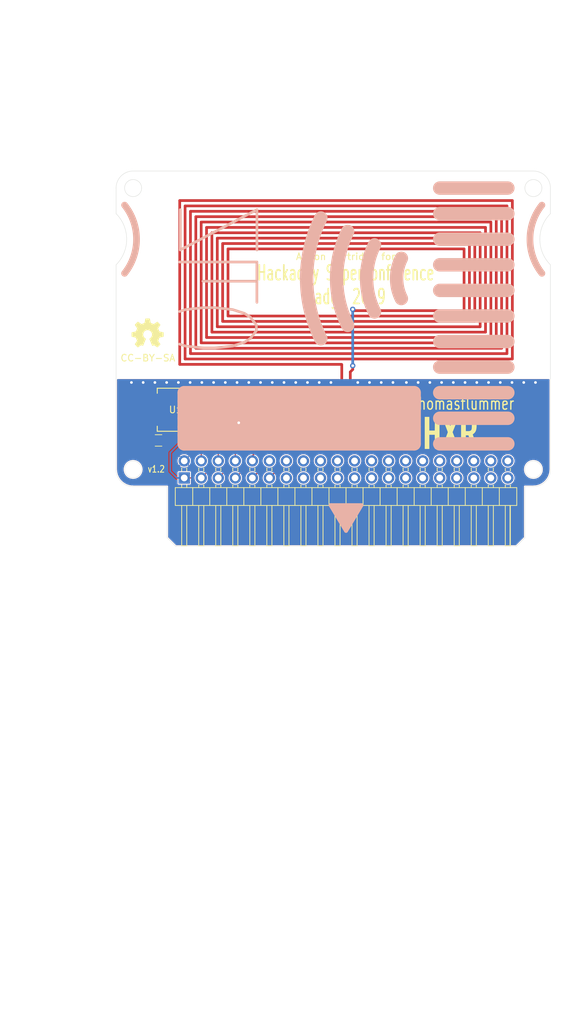
<source format=kicad_pcb>
(kicad_pcb (version 20190905) (host pcbnew "(5.99.0-269-g375c4bd3f)")
  (layers (0 "F.Cu" signal) (31 "B.Cu" signal) (34 "B.Paste" user) (35 "F.Paste" user) (36 "B.SilkS" user) (37 "F.SilkS" user) (38 "B.Mask" user) (39 "F.Mask" user) (44 "Edge.Cuts" user))
  (net 0 "")
  (net 1 "GND")
  (net 2 "+3V3")
  (net 3 "F_HOLD")
  (net 4 "F_CS")
  (net 5 "F_SCK")
  (net 6 "F_MISO")
  (net 7 "F_MOSI")
  (net 8 "F_WP")
  (net 9 "GENIO1")
  (net 10 "GENIO2")
  (net 11 "GENIO3")
  (net 12 "GENIO4")
  (net 13 "GENIO5")
  (net 14 "GENIO6")
  (net 15 "GENIO7")
  (net 16 "GENIO8")
  (net 17 "GENIO9")
  (net 18 "GENIO10")
  (net 19 "GENIO11")
  (net 20 "GENIO12")
  (net 21 "GENIO13")
  (net 22 "GENIO14")
  (net 23 "GENIO15")
  (net 24 "GENIO16")
  (net 25 "GENIO17")
  (net 26 "GENIO18")
  (net 27 "GENIO19")
  (net 28 "GENIO20")
  (net 29 "GENIO21")
  (net 30 "GENIO22")
  (net 31 "GENIO23")
  (net 32 "GENIO24")
  (net 33 "GENIO25")
  (net 34 "GENIO26")
  (net 35 "GENIO27")
  (net 36 "GENIO28")
  (net 37 "GENIO29")
  (net 38 "GENIO30")
  (net 39 "+5V")
  (net 40 "+BATT")
  (net 41 "Net-(U2-Pad1)")
  (net 42 "Net-(U2-Pad2)")
  (module "Aesthetics:oshw_logo_5.0mm" (layer "F.Cu") (at 72 74.95)
    (fp_text reference "G***" hide)
    (fp_text value "LOGO" hide)
  )
  (module "Aesthetics:HXR_logo_small" (layer "F.Cu") (at 120 89.8)
    (fp_text reference "G***" hide)
    (fp_text value "LOGO" hide)
  )
  (module "Housings_SOIC:SOIC-8_3.9x4.9mm_Pitch1.27mm" (layer "F.Cu") (at 101.6 86.614 -90)
    (fp_text reference "U2" (at -0.014 3.3 90) (layer "F.SilkS"))
    (fp_text value "ST25DVxxx")
    (pad "1" smd rect (at -2.7 -1.905 270) (size 1.55 0.6) (layers "F.Cu" "F.Paste" "F.Mask") (net 41 "Net-(U2-Pad1)"))
    (pad "2" smd rect (at -2.7 -0.635 270) (size 1.55 0.6) (layers "F.Cu" "F.Paste" "F.Mask") (net 42 "Net-(U2-Pad2)"))
    (pad "3" smd rect (at -2.7 0.635 270) (size 1.55 0.6) (layers "F.Cu" "F.Paste" "F.Mask") (net 42 "Net-(U2-Pad2)"))
    (pad "4" smd rect (at -2.7 1.905 270) (size 1.55 0.6) (layers "F.Cu" "F.Paste" "F.Mask") (net 1 "GND"))
    (pad "5" smd rect (at 2.7 1.905 270) (size 1.55 0.6) (layers "F.Cu" "F.Paste" "F.Mask") (net 10 "GENIO2"))
    (pad "6" smd rect (at 2.7 0.635 270) (size 1.55 0.6) (layers "F.Cu" "F.Paste" "F.Mask") (net 9 "GENIO1"))
    (pad "7" smd rect (at 2.7 -0.635 270) (size 1.55 0.6) (layers "F.Cu" "F.Paste" "F.Mask") (net 11 "GENIO3"))
    (pad "8" smd rect (at 2.7 -1.905 270) (size 1.55 0.6) (layers "F.Cu" "F.Paste" "F.Mask") (net 2 "+3V3"))
  )
  (module "Resistors_SMD:R_0805_HandSoldering" (layer "F.Cu") (at 89 88.9 -90)
    (fp_text reference "R3" (at -3.3 0 90) (layer "F.SilkS"))
    (fp_text value "4.7k")
    (pad "1" smd rect (at -1.35 0 270) (size 1.5 1.3) (layers "F.Cu" "F.Paste" "F.Mask") (net 2 "+3V3"))
    (pad "2" smd rect (at 1.35 0 270) (size 1.5 1.3) (layers "F.Cu" "F.Paste" "F.Mask") (net 10 "GENIO2"))
  )
  (module "Resistors_SMD:R_0805_HandSoldering" (layer "F.Cu") (at 91.4 88.9 -90)
    (fp_text reference "R2" (at -3.3 0 90) (layer "F.SilkS"))
    (fp_text value "4.7k")
    (pad "1" smd rect (at -1.35 0 270) (size 1.5 1.3) (layers "F.Cu" "F.Paste" "F.Mask") (net 2 "+3V3"))
    (pad "2" smd rect (at 1.35 0 270) (size 1.5 1.3) (layers "F.Cu" "F.Paste" "F.Mask") (net 9 "GENIO1"))
  )
  (module "Resistors_SMD:R_0805_HandSoldering" (layer "F.Cu") (at 93.9 88.9 -90)
    (fp_text reference "R1" (at -3.3 -0.1 90) (layer "F.SilkS"))
    (fp_text value "4.7k")
    (pad "1" smd rect (at -1.35 0 270) (size 1.5 1.3) (layers "F.Cu" "F.Paste" "F.Mask") (net 2 "+3V3"))
    (pad "2" smd rect (at 1.35 0 270) (size 1.5 1.3) (layers "F.Cu" "F.Paste" "F.Mask") (net 11 "GENIO3"))
  )
  (module "Capacitors_SMD:C_0805_HandSoldering" (layer "F.Cu") (at 105.8 86.6 90)
    (fp_text reference "C2" (at -3.3 0 270) (layer "F.SilkS"))
    (fp_text value "100nF")
    (pad "1" smd rect (at -1.25 0 90) (size 1.5 1.25) (layers "F.Cu" "F.Paste" "F.Mask") (net 2 "+3V3"))
    (pad "2" smd rect (at 1.25 0 90) (size 1.5 1.25) (layers "F.Cu" "F.Paste" "F.Mask") (net 1 "GND"))
  )
  (module "SuperconCartridge:Supercon_Cartridge_40pin_Connector" (layer "F.Cu") (at 125.73 93.98 -90)
    (fp_text reference "J1" hide)
    (fp_text value "Cartridge Connector")
    (pad "1" thru_hole rect (at 2.54 48.26 270) (size 1.7 1.7) (drill 1) (layers *.Cu *.Mask) (net 2 "+3V3"))
    (pad "2" thru_hole circle (at 0 48.26 270) (size 1.7 1.7) (drill 1) (layers *.Cu *.Mask) (net 1 "GND"))
    (pad "3" thru_hole oval (at 2.54 45.72 270) (size 1.7 1.7) (drill 1) (layers *.Cu *.Mask) (net 4 "F_CS"))
    (pad "4" thru_hole oval (at 0 45.72 270) (size 1.7 1.7) (drill 1) (layers *.Cu *.Mask) (net 3 "F_HOLD"))
    (pad "5" thru_hole oval (at 2.54 43.18 270) (size 1.7 1.7) (drill 1) (layers *.Cu *.Mask) (net 6 "F_MISO"))
    (pad "6" thru_hole oval (at 0 43.18 270) (size 1.7 1.7) (drill 1) (layers *.Cu *.Mask) (net 5 "F_SCK"))
    (pad "7" thru_hole oval (at 2.54 40.64 270) (size 1.7 1.7) (drill 1) (layers *.Cu *.Mask) (net 8 "F_WP"))
    (pad "8" thru_hole oval (at 0 40.64 270) (size 1.7 1.7) (drill 1) (layers *.Cu *.Mask) (net 7 "F_MOSI"))
    (pad "9" thru_hole oval (at 2.54 38.1 270) (size 1.7 1.7) (drill 1) (layers *.Cu *.Mask) (net 9 "GENIO1"))
    (pad "10" thru_hole oval (at 0 38.1 270) (size 1.7 1.7) (drill 1) (layers *.Cu *.Mask) (net 10 "GENIO2"))
    (pad "11" thru_hole oval (at 2.54 35.56 270) (size 1.7 1.7) (drill 1) (layers *.Cu *.Mask) (net 11 "GENIO3"))
    (pad "12" thru_hole oval (at 0 35.56 270) (size 1.7 1.7) (drill 1) (layers *.Cu *.Mask) (net 12 "GENIO4"))
    (pad "13" thru_hole oval (at 2.54 33.02 270) (size 1.7 1.7) (drill 1) (layers *.Cu *.Mask) (net 13 "GENIO5"))
    (pad "14" thru_hole oval (at 0 33.02 270) (size 1.7 1.7) (drill 1) (layers *.Cu *.Mask) (net 14 "GENIO6"))
    (pad "15" thru_hole oval (at 2.54 30.48 270) (size 1.7 1.7) (drill 1) (layers *.Cu *.Mask) (net 15 "GENIO7"))
    (pad "16" thru_hole oval (at 0 30.48 270) (size 1.7 1.7) (drill 1) (layers *.Cu *.Mask) (net 16 "GENIO8"))
    (pad "17" thru_hole oval (at 2.54 27.94 270) (size 1.7 1.7) (drill 1) (layers *.Cu *.Mask) (net 17 "GENIO9"))
    (pad "18" thru_hole oval (at 0 27.94 270) (size 1.7 1.7) (drill 1) (layers *.Cu *.Mask) (net 18 "GENIO10"))
    (pad "19" thru_hole oval (at 2.54 25.4 270) (size 1.7 1.7) (drill 1) (layers *.Cu *.Mask) (net 19 "GENIO11"))
    (pad "20" thru_hole oval (at 0 25.4 270) (size 1.7 1.7) (drill 1) (layers *.Cu *.Mask) (net 20 "GENIO12"))
    (pad "21" thru_hole oval (at 2.54 22.86 270) (size 1.7 1.7) (drill 1) (layers *.Cu *.Mask) (net 21 "GENIO13"))
    (pad "22" thru_hole oval (at 0 22.86 270) (size 1.7 1.7) (drill 1) (layers *.Cu *.Mask) (net 22 "GENIO14"))
    (pad "23" thru_hole oval (at 2.54 20.32 270) (size 1.7 1.7) (drill 1) (layers *.Cu *.Mask) (net 23 "GENIO15"))
    (pad "24" thru_hole oval (at 0 20.32 270) (size 1.7 1.7) (drill 1) (layers *.Cu *.Mask) (net 24 "GENIO16"))
    (pad "25" thru_hole oval (at 2.54 17.78 270) (size 1.7 1.7) (drill 1) (layers *.Cu *.Mask) (net 25 "GENIO17"))
    (pad "26" thru_hole oval (at 0 17.78 270) (size 1.7 1.7) (drill 1) (layers *.Cu *.Mask) (net 26 "GENIO18"))
    (pad "27" thru_hole oval (at 2.54 15.24 270) (size 1.7 1.7) (drill 1) (layers *.Cu *.Mask) (net 27 "GENIO19"))
    (pad "28" thru_hole oval (at 0 15.24 270) (size 1.7 1.7) (drill 1) (layers *.Cu *.Mask) (net 28 "GENIO20"))
    (pad "29" thru_hole oval (at 2.54 12.7 270) (size 1.7 1.7) (drill 1) (layers *.Cu *.Mask) (net 29 "GENIO21"))
    (pad "30" thru_hole oval (at 0 12.7 270) (size 1.7 1.7) (drill 1) (layers *.Cu *.Mask) (net 30 "GENIO22"))
    (pad "31" thru_hole oval (at 2.54 10.16 270) (size 1.7 1.7) (drill 1) (layers *.Cu *.Mask) (net 31 "GENIO23"))
    (pad "32" thru_hole oval (at 0 10.16 270) (size 1.7 1.7) (drill 1) (layers *.Cu *.Mask) (net 32 "GENIO24"))
    (pad "33" thru_hole oval (at 2.54 7.62 270) (size 1.7 1.7) (drill 1) (layers *.Cu *.Mask) (net 33 "GENIO25"))
    (pad "34" thru_hole oval (at 0 7.62 270) (size 1.7 1.7) (drill 1) (layers *.Cu *.Mask) (net 34 "GENIO26"))
    (pad "35" thru_hole oval (at 2.54 5.08 270) (size 1.7 1.7) (drill 1) (layers *.Cu *.Mask) (net 35 "GENIO27"))
    (pad "36" thru_hole oval (at 0 5.08 270) (size 1.7 1.7) (drill 1) (layers *.Cu *.Mask) (net 36 "GENIO28"))
    (pad "37" thru_hole oval (at 2.54 2.54 270) (size 1.7 1.7) (drill 1) (layers *.Cu *.Mask) (net 37 "GENIO29"))
    (pad "38" thru_hole oval (at 0 2.54 270) (size 1.7 1.7) (drill 1) (layers *.Cu *.Mask) (net 38 "GENIO30"))
    (pad "39" thru_hole oval (at 2.54 0 270) (size 1.7 1.7) (drill 1) (layers *.Cu *.Mask) (net 40 "+BATT"))
    (pad "40" thru_hole circle (at 0 0 270) (size 1.7 1.7) (drill 1) (layers *.Cu *.Mask) (net 39 "+5V"))
  )
  (module "Housings_SOIC:SO-8_5.3x6.2mm_Pitch1.27mm" (layer "F.Cu") (at 76.2 86.36 180)
    (fp_text reference "U1" (at 0 0 180) (layer "F.SilkS"))
    (fp_text value "W25Q128")
    (pad "8" smd rect (at 3.7 -1.905 180) (size 1.75 0.55) (layers "F.Cu" "F.Paste" "F.Mask") (net 2 "+3V3"))
    (pad "7" smd rect (at 3.7 -0.635 180) (size 1.75 0.55) (layers "F.Cu" "F.Paste" "F.Mask") (net 3 "F_HOLD"))
    (pad "6" smd rect (at 3.7 0.635 180) (size 1.75 0.55) (layers "F.Cu" "F.Paste" "F.Mask") (net 5 "F_SCK"))
    (pad "5" smd rect (at 3.7 1.905 180) (size 1.75 0.55) (layers "F.Cu" "F.Paste" "F.Mask") (net 7 "F_MOSI"))
    (pad "4" smd rect (at -3.7 1.905 180) (size 1.75 0.55) (layers "F.Cu" "F.Paste" "F.Mask") (net 1 "GND"))
    (pad "3" smd rect (at -3.7 0.635 180) (size 1.75 0.55) (layers "F.Cu" "F.Paste" "F.Mask") (net 8 "F_WP"))
    (pad "2" smd rect (at -3.7 -0.635 180) (size 1.75 0.55) (layers "F.Cu" "F.Paste" "F.Mask") (net 6 "F_MISO"))
    (pad "1" smd rect (at -3.7 -1.905 180) (size 1.75 0.55) (layers "F.Cu" "F.Paste" "F.Mask") (net 4 "F_CS"))
  )
  (module "Capacitors_SMD:C_0805_HandSoldering" (layer "F.Cu") (at 73.639999 90.932)
    (fp_text reference "C1" hide)
    (fp_text value "100nF")
    (pad "2" smd rect (at 1.25 0) (size 1.5 1.25) (layers "F.Cu" "F.Paste" "F.Mask") (net 1 "GND"))
    (pad "1" smd rect (at -1.25 0) (size 1.5 1.25) (layers "F.Cu" "F.Paste" "F.Mask") (net 2 "+3V3"))
  )
  (gr_text "v1.2" (at 73.3 95.2) (layer "F.SilkS") (effects (font (size 1 0.8))))
  (gr_text "CC-BY-SA" (at 72.05 78.65) (layer "F.SilkS") (effects (font (size 1 1))))
  (gr_text "@thomasflummer" (at 126.8 85.45) (layer "F.SilkS") (effects (font (size 1.8 1.3) (thickness 0.2)) (justify right)))
  (gr_text "Designed by:" (at 126.85 83.6) (layer "F.SilkS") (effects (font (size 1 1)) (justify right)))
  (gr_text "Hackaday Superconference\nBadge 2019" (at 101.55 67.75) (layer "F.SilkS") (effects (font (size 2.2 1.3) (thickness 0.25))))
  (gr_text "Addon cartridge for" (at 101.55 63.55) (layer "F.SilkS") (effects (font (size 1 1))))
  (gr_text "C" (at 82.5 74.4) (layer "B.SilkS") (effects (font (size 6 18.5) (thickness 0.4)) (justify mirror)))
  (gr_text "F" (at 83.7 67.6) (layer "B.SilkS") (effects (font (size 6 24.2) (thickness 0.4)) (justify mirror)))
  (gr_text "N" (at 82.6 59.8) (layer "B.SilkS") (effects (font (size 6 20) (thickness 0.4)) (justify mirror)))
  (gr_arc (start 115.849999 66.799999) (end 97.849999 57.8) (angle -53.1) (layer "B.SilkS") (width 2))
  (gr_arc (start 115.849999 66.799999) (end 101.85 59.8) (angle -53.1) (layer "B.SilkS") (width 2))
  (gr_arc (start 115.849999 66.799999) (end 105.850001 61.8) (angle -53.1) (layer "B.SilkS") (width 2))
  (gr_arc (start 115.849999 66.799999) (end 109.85 63.8) (angle -53.1) (layer "B.SilkS") (width 2))
  (gr_arc (start 62.228261 60.957825) (end 68.578261 66.037824) (angle -77.3) (layer "B.SilkS") (width 1))
  (gr_arc (start 137.16 60.96) (end 130.810001 55.880001) (angle -77.3) (layer "B.SilkS") (width 1))
  (gr_line (start 77.47 90.17) (end 111.76 90.17) (layer "B.SilkS") (width 2))
  (gr_line (start 77.47 88.9) (end 111.76 88.9) (layer "B.SilkS") (width 2))
  (gr_line (start 77.47 87.63) (end 111.76 87.63) (layer "B.SilkS") (width 2))
  (gr_line (start 77.47 86.36) (end 111.76 86.36) (layer "B.SilkS") (width 2))
  (gr_line (start 77.47 85.09) (end 111.76 85.09) (layer "B.SilkS") (width 2))
  (gr_line (start 77.47 83.82) (end 111.76 83.82) (layer "B.SilkS") (width 2))
  (gr_line (start 77.47 91.44) (end 77.47 83.82) (layer "B.SilkS") (width 2))
  (gr_line (start 111.76 91.44) (end 77.47 91.44) (layer "B.SilkS") (width 2))
  (gr_line (start 111.76 83.82) (end 111.76 91.44) (layer "B.SilkS") (width 2))
  (gr_line (start 125.73 91.44) (end 115.57 91.44) (layer "B.SilkS") (width 2))
  (gr_line (start 125.73 87.63) (end 115.57 87.63) (layer "B.SilkS") (width 2))
  (gr_line (start 125.73 83.82) (end 115.57 83.82) (layer "B.SilkS") (width 2))
  (gr_line (start 125.73 80.01) (end 115.57 80.01) (layer "B.SilkS") (width 2))
  (gr_line (start 125.73 76.2) (end 115.57 76.2) (layer "B.SilkS") (width 2))
  (gr_line (start 125.73 72.39) (end 115.57 72.39) (layer "B.SilkS") (width 2))
  (gr_line (start 125.73 68.58) (end 115.57 68.58) (layer "B.SilkS") (width 2))
  (gr_line (start 125.73 64.77) (end 115.57 64.77) (layer "B.SilkS") (width 2))
  (gr_line (start 125.73 60.96) (end 115.57 60.96) (layer "B.SilkS") (width 2))
  (gr_line (start 125.73 57.15) (end 115.57 57.15) (layer "B.SilkS") (width 2))
  (gr_line (start 125.73 53.34) (end 115.57 53.34) (layer "B.SilkS") (width 2))
  (gr_line (start 101.473 103.886) (end 101.727 103.886) (layer "B.SilkS") (width 0.6))
  (gr_line (start 101.219 103.505) (end 101.981 103.505) (layer "B.SilkS") (width 0.6))
  (gr_line (start 100.965 102.997) (end 102.235 102.997) (layer "B.SilkS") (width 0.6))
  (gr_line (start 100.711 102.489) (end 102.489 102.489) (layer "B.SilkS") (width 0.6))
  (gr_line (start 100.33 101.981) (end 102.87 101.981) (layer "B.SilkS") (width 0.6))
  (gr_line (start 100.076 101.473) (end 103.124 101.473) (layer "B.SilkS") (width 0.6))
  (gr_line (start 99.822 100.965) (end 103.505 100.965) (layer "B.SilkS") (width 0.6))
  (gr_line (start 103.886 100.584) (end 101.6 104.394) (layer "B.SilkS") (width 0.6))
  (gr_line (start 99.314 100.584) (end 103.886 100.584) (layer "B.SilkS") (width 0.6))
  (gr_line (start 101.6 104.394) (end 99.314 100.584) (layer "B.SilkS") (width 0.6))
  (gr_arc (start 69.85 95.25) (end 67.31 95.25) (angle -89.99997744) (layer "Edge.Cuts") (width 0.05))
  (gr_arc (start 129.539999 95.25) (end 129.539999 97.789999) (angle -89.99997744) (layer "Edge.Cuts") (width 0.05))
  (gr_arc (start 129.539999 95.25) (end 128.27 95.25) (angle -180) (layer "Edge.Cuts") (width 0.05))
  (gr_arc (start 129.54 95.25) (end 130.81 95.25) (angle -180) (layer "Edge.Cuts") (width 0.05))
  (gr_arc (start 69.85 95.25) (end 71.12 95.25) (angle -180) (layer "Edge.Cuts") (width 0.05))
  (gr_arc (start 69.849999 95.25) (end 68.58 95.25) (angle -180) (layer "Edge.Cuts") (width 0.05))
  (gr_arc (start 69.849999 53.34) (end 68.58 53.34) (angle -180) (layer "Edge.Cuts") (width 0.05))
  (gr_arc (start 69.85 53.34) (end 71.12 53.34) (angle -180) (layer "Edge.Cuts") (width 0.05))
  (gr_arc (start 129.539999 53.34) (end 128.27 53.34) (angle -180) (layer "Edge.Cuts") (width 0.05))
  (gr_arc (start 129.54 53.34) (end 130.81 53.34) (angle -180) (layer "Edge.Cuts") (width 0.05))
  (gr_line (start 67.31 53.34) (end 67.31 57.15) (layer "Edge.Cuts") (width 0.05))
  (gr_arc (start 63.500001 60.959999) (end 67.31 64.769998) (angle -90) (layer "Edge.Cuts") (width 0.05))
  (gr_line (start 132.08 53.34) (end 132.08 57.15) (layer "Edge.Cuts") (width 0.05))
  (gr_arc (start 135.889999 60.960001) (end 132.08 57.150002) (angle -90) (layer "Edge.Cuts") (width 0.05))
  (gr_line (start 129.54 50.8) (end 69.85 50.8) (layer "Edge.Cuts") (width 0.05))
  (gr_arc (start 69.85 53.34) (end 69.85 50.8) (angle -90) (layer "Edge.Cuts") (width 0.05))
  (gr_arc (start 129.54 53.34) (end 132.08 53.34) (angle -90) (layer "Edge.Cuts") (width 0.05))
  (gr_line (start 128.27 97.79) (end 129.54 97.79) (layer "Edge.Cuts") (width 0.05))
  (gr_line (start 128.27 105.41) (end 128.27 97.79) (layer "Edge.Cuts") (width 0.05))
  (gr_line (start 67.31 95.25) (end 67.31 64.769998) (layer "Edge.Cuts") (width 0.05))
  (gr_line (start 74.93 97.79) (end 69.849999 97.79) (layer "Edge.Cuts") (width 0.05))
  (gr_line (start 74.93 105.41) (end 74.93 97.79) (layer "Edge.Cuts") (width 0.05))
  (gr_line (start 76.2 106.68) (end 74.93 105.41) (layer "Edge.Cuts") (width 0.05))
  (gr_line (start 132.08 95.25) (end 132.08 64.77) (layer "Edge.Cuts") (width 0.05))
  (gr_line (start 127 106.68) (end 128.27 105.41) (layer "Edge.Cuts") (width 0.05))
  (gr_line (start 76.2 106.68) (end 127 106.68) (layer "Edge.Cuts") (width 0.05))
  (segment (start 87.63 93.98) (end 87.63 93.22) (width 0.2032) (layer "F.Cu") (net 10))
  (segment (start 87.63 93.22) (end 89 91.85) (width 0.2032) (layer "F.Cu") (net 10))
  (segment (start 89 91.85) (end 89 90.25) (width 0.2032) (layer "F.Cu") (net 10))
  (segment (start 94.828173 89.198399) (end 92.351601 89.198399) (width 0.2032) (layer "F.Cu") (net 9))
  (segment (start 99.167015 90.596789) (end 98.417015 89.846789) (width 0.2032) (layer "F.Cu") (net 9))
  (segment (start 101.4 91) (end 99 91) (width 0.2032) (layer "F.Cu") (net 11))
  (segment (start 102.235 89.314) (end 102.235 90.165) (width 0.2032) (layer "F.Cu") (net 11))
  (segment (start 91.4 90.15) (end 91.4 90.25) (width 0.2032) (layer "F.Cu") (net 9))
  (segment (start 98.417015 89.846789) (end 95.476563 89.846789) (width 0.2032) (layer "F.Cu") (net 9))
  (segment (start 92.351601 89.198399) (end 91.4 90.15) (width 0.2032) (layer "F.Cu") (net 9))
  (segment (start 100.157211 90.596789) (end 99.167015 90.596789) (width 0.2032) (layer "F.Cu") (net 9))
  (segment (start 100.965 89.789) (end 100.157211 90.596789) (width 0.2032) (layer "F.Cu") (net 9))
  (segment (start 102.235 90.165) (end 101.4 91) (width 0.2032) (layer "F.Cu") (net 11))
  (segment (start 100.965 89.314) (end 100.965 89.789) (width 0.2032) (layer "F.Cu") (net 9))
  (segment (start 95.476563 89.846789) (end 94.828173 89.198399) (width 0.2032) (layer "F.Cu") (net 9))
  (segment (start 99 91) (end 98.25 90.25) (width 0.2032) (layer "F.Cu") (net 11))
  (segment (start 98.25 90.25) (end 93.9 90.25) (width 0.2032) (layer "F.Cu") (net 11))
  (segment (start 87.63 96.52) (end 88.9 95.25) (width 0.2032) (layer "F.Cu") (net 9))
  (segment (start 88.9 95.25) (end 88.9 92.85) (width 0.2032) (layer "F.Cu") (net 9))
  (segment (start 88.9 92.85) (end 91.4 90.35) (width 0.2032) (layer "F.Cu") (net 9))
  (segment (start 91.4 90.35) (end 91.4 90.25) (width 0.2032) (layer "F.Cu") (net 9))
  (segment (start 90.17 96.52) (end 91.45 95.24) (width 0.2032) (layer "F.Cu") (net 11))
  (segment (start 91.45 95.24) (end 91.45 92.8) (width 0.2032) (layer "F.Cu") (net 11))
  (segment (start 91.45 92.8) (end 93.9 90.35) (width 0.2032) (layer "F.Cu") (net 11))
  (segment (start 93.9 90.35) (end 93.9 90.25) (width 0.2032) (layer "F.Cu") (net 11))
  (segment (start 89 90.15) (end 90.354812 88.795188) (width 0.2032) (layer "F.Cu") (net 10))
  (segment (start 95.514 89.314) (end 99.695 89.314) (width 0.2032) (layer "F.Cu") (net 10))
  (segment (start 89 90.25) (end 89 90.15) (width 0.2032) (layer "F.Cu") (net 10))
  (segment (start 90.354812 88.795188) (end 94.995188 88.795188) (width 0.2032) (layer "F.Cu") (net 10))
  (segment (start 94.995188 88.795188) (end 95.514 89.314) (width 0.2032) (layer "F.Cu") (net 10))
  (segment (start 72.389999 88.375001) (end 72.5 88.265) (width 0.2032) (layer "F.Cu") (net 2))
  (segment (start 72.389999 90.932) (end 72.389999 88.375001) (width 0.2032) (layer "F.Cu") (net 2))
  (segment (start 80.01 88.375) (end 79.9 88.265) (width 0.1524) (layer "F.Cu") (net 4))
  (segment (start 105.486 89.314) (end 103.505 89.314) (width 0.3048) (layer "F.Cu") (net 2))
  (segment (start 105.8 89) (end 105.486 89.314) (width 0.3048) (layer "F.Cu") (net 2))
  (segment (start 105.8 87.85) (end 105.8 89) (width 0.3048) (layer "F.Cu") (net 2))
  (segment (start 89 87.55) (end 91.4 87.55) (width 0.3048) (layer "F.Cu") (net 2))
  (segment (start 91.4 87.55) (end 93.9 87.55) (width 0.3048) (layer "F.Cu") (net 2))
  (segment (start 93.9 87.55) (end 102.85 87.55) (width 0.3048) (layer "F.Cu") (net 2))
  (segment (start 103.505 88.205) (end 103.505 89.314) (width 0.3048) (layer "F.Cu") (net 2))
  (segment (start 102.85 87.55) (end 103.505 88.205) (width 0.3048) (layer "F.Cu") (net 2))
  (via (at 85.6 88.3) (size 0.8) (drill 0.4) (layers "F.Cu" "B.Cu") (net 2))
  (segment (start 86.35 87.55) (end 85.6 88.3) (width 0.3048) (layer "F.Cu") (net 2))
  (segment (start 89 87.55) (end 86.35 87.55) (width 0.3048) (layer "F.Cu") (net 2))
  (segment (start 85.6 88.3) (end 83.15 88.3) (width 0.3048) (layer "B.Cu") (net 2))
  (via (at 103.35 82.3) (size 0.8) (drill 0.4) (layers "F.Cu" "B.Cu") (net 1))
  (via (at 105.1 82.3) (size 0.8) (drill 0.4) (layers "F.Cu" "B.Cu") (net 1))
  (via (at 106.85 82.3) (size 0.8) (drill 0.4) (layers "F.Cu" "B.Cu") (net 1))
  (via (at 108.6 82.3) (size 0.8) (drill 0.4) (layers "F.Cu" "B.Cu") (net 1))
  (via (at 110.6 82.3) (size 0.8) (drill 0.4) (layers "F.Cu" "B.Cu") (net 1))
  (via (at 112.35 82.3) (size 0.8) (drill 0.4) (layers "F.Cu" "B.Cu") (net 1))
  (via (at 114.1 82.3) (size 0.8) (drill 0.4) (layers "F.Cu" "B.Cu") (net 1))
  (via (at 115.85 82.3) (size 0.8) (drill 0.4) (layers "F.Cu" "B.Cu") (net 1))
  (via (at 117.6 82.3) (size 0.8) (drill 0.4) (layers "F.Cu" "B.Cu") (net 1))
  (via (at 119.35 82.3) (size 0.8) (drill 0.4) (layers "F.Cu" "B.Cu") (net 1))
  (via (at 121.1 82.3) (size 0.8) (drill 0.4) (layers "F.Cu" "B.Cu") (net 1))
  (via (at 122.85 82.3) (size 0.8) (drill 0.4) (layers "F.Cu" "B.Cu") (net 1))
  (via (at 124.6 82.3) (size 0.8) (drill 0.4) (layers "F.Cu" "B.Cu") (net 1))
  (via (at 126.35 82.3) (size 0.8) (drill 0.4) (layers "F.Cu" "B.Cu") (net 1))
  (via (at 128.1 82.3) (size 0.8) (drill 0.4) (layers "F.Cu" "B.Cu") (net 1))
  (via (at 129.85 82.3) (size 0.8) (drill 0.4) (layers "F.Cu" "B.Cu") (net 1))
  (via (at 99.35 82.3) (size 0.8) (drill 0.4) (layers "F.Cu" "B.Cu") (net 1))
  (via (at 97.6 82.3) (size 0.8) (drill 0.4) (layers "F.Cu" "B.Cu") (net 1))
  (via (at 95.85 82.3) (size 0.8) (drill 0.4) (layers "F.Cu" "B.Cu") (net 1))
  (via (at 94.1 82.3) (size 0.8) (drill 0.4) (layers "F.Cu" "B.Cu") (net 1))
  (via (at 92.35 82.3) (size 0.8) (drill 0.4) (layers "F.Cu" "B.Cu") (net 1))
  (via (at 90.6 82.3) (size 0.8) (drill 0.4) (layers "F.Cu" "B.Cu") (net 1))
  (via (at 88.85 82.3) (size 0.8) (drill 0.4) (layers "F.Cu" "B.Cu") (net 1))
  (via (at 87.1 82.3) (size 0.8) (drill 0.4) (layers "F.Cu" "B.Cu") (net 1))
  (via (at 85.35 82.3) (size 0.8) (drill 0.4) (layers "F.Cu" "B.Cu") (net 1))
  (via (at 83.6 82.3) (size 0.8) (drill 0.4) (layers "F.Cu" "B.Cu") (net 1))
  (via (at 81.85 82.3) (size 0.8) (drill 0.4) (layers "F.Cu" "B.Cu") (net 1))
  (via (at 80.1 82.3) (size 0.8) (drill 0.4) (layers "F.Cu" "B.Cu") (net 1))
  (via (at 78.35 82.3) (size 0.8) (drill 0.4) (layers "F.Cu" "B.Cu") (net 1))
  (via (at 76.6 82.3) (size 0.8) (drill 0.4) (layers "F.Cu" "B.Cu") (net 1))
  (via (at 74.85 82.3) (size 0.8) (drill 0.4) (layers "F.Cu" "B.Cu") (net 1))
  (via (at 73.1 82.3) (size 0.8) (drill 0.4) (layers "F.Cu" "B.Cu") (net 1))
  (via (at 71.35 82.3) (size 0.8) (drill 0.4) (layers "F.Cu" "B.Cu") (net 1))
  (via (at 69.6 82.3) (size 0.8) (drill 0.4) (layers "F.Cu" "B.Cu") (net 1))
  (via (at 102.6 71.4) (size 0.8) (drill 0.4) (layers "F.Cu" "B.Cu") (net 42))
  (via (at 102.6 79.8) (size 0.8) (drill 0.4) (layers "F.Cu" "B.Cu") (net 42))
  (segment (start 102.6 71.4) (end 102.6 79.8) (width 0.4) (layer "B.Cu") (net 42))
  (segment (start 102.6 80.365685) (end 102.235 80.730685) (width 0.4) (layer "F.Cu") (net 42))
  (segment (start 102.235 82.739) (end 102.235 83.914) (width 0.4) (layer "F.Cu") (net 42))
  (segment (start 102.235 80.730685) (end 102.235 82.739) (width 0.4) (layer "F.Cu") (net 42))
  (segment (start 102.6 79.8) (end 102.6 80.365685) (width 0.4) (layer "F.Cu") (net 42))
  (segment (start 100.93 79.6) (end 100.965 79.635) (width 0.4) (layer "F.Cu") (net 42))
  (segment (start 76.8 79.6) (end 100.93 79.6) (width 0.4) (layer "F.Cu") (net 42))
  (segment (start 126.4 55.2) (end 76.8 55.2) (width 0.4) (layer "F.Cu") (net 42))
  (segment (start 126.4 78.8) (end 126.4 55.2) (width 0.4) (layer "F.Cu") (net 42))
  (segment (start 77.6 56) (end 77.6 78.8) (width 0.4) (layer "F.Cu") (net 42))
  (segment (start 78.4 56.8) (end 78.4 78) (width 0.4) (layer "F.Cu") (net 42))
  (segment (start 124.8 56.8) (end 78.4 56.8) (width 0.4) (layer "F.Cu") (net 42))
  (segment (start 79.2 77.2) (end 124.8 77.2) (width 0.4) (layer "F.Cu") (net 42))
  (segment (start 124 76.4) (end 124 57.6) (width 0.4) (layer "F.Cu") (net 42))
  (segment (start 100.965 79.635) (end 100.965 83.914) (width 0.4) (layer "F.Cu") (net 42))
  (segment (start 123.2 58.4) (end 80 58.4) (width 0.4) (layer "F.Cu") (net 42))
  (segment (start 125.6 56) (end 77.6 56) (width 0.4) (layer "F.Cu") (net 42))
  (segment (start 125.6 78) (end 125.6 56) (width 0.4) (layer "F.Cu") (net 42))
  (segment (start 80.8 75.6) (end 123.2 75.6) (width 0.4) (layer "F.Cu") (net 42))
  (segment (start 80.8 59.2) (end 80.8 75.6) (width 0.4) (layer "F.Cu") (net 42))
  (segment (start 81.6 74.8) (end 122.4 74.8) (width 0.4) (layer "F.Cu") (net 42))
  (segment (start 121.6 60) (end 81.6 60) (width 0.4) (layer "F.Cu") (net 42))
  (segment (start 121.6 74) (end 121.6 60) (width 0.4) (layer "F.Cu") (net 42))
  (segment (start 124 57.6) (end 79.2 57.6) (width 0.4) (layer "F.Cu") (net 42))
  (segment (start 82.4 60.8) (end 82.4 74) (width 0.4) (layer "F.Cu") (net 42))
  (segment (start 123.2 75.6) (end 123.2 58.4) (width 0.4) (layer "F.Cu") (net 42))
  (segment (start 124.8 77.2) (end 124.8 56.8) (width 0.4) (layer "F.Cu") (net 42))
  (segment (start 81.6 60) (end 81.6 74.8) (width 0.4) (layer "F.Cu") (net 42))
  (segment (start 120.8 60.8) (end 82.4 60.8) (width 0.4) (layer "F.Cu") (net 42))
  (segment (start 122.4 74.8) (end 122.4 59.2) (width 0.4) (layer "F.Cu") (net 42))
  (segment (start 79.2 57.6) (end 79.2 77.2) (width 0.4) (layer "F.Cu") (net 42))
  (segment (start 120.8 73.2) (end 120.8 60.8) (width 0.4) (layer "F.Cu") (net 42))
  (segment (start 120 61.6) (end 83.2 61.6) (width 0.4) (layer "F.Cu") (net 42))
  (segment (start 120 72.4) (end 120 61.6) (width 0.4) (layer "F.Cu") (net 42))
  (segment (start 83.2 61.6) (end 83.2 73.2) (width 0.4) (layer "F.Cu") (net 42))
  (segment (start 84 72.4) (end 120 72.4) (width 0.4) (layer "F.Cu") (net 42))
  (segment (start 122.4 59.2) (end 80.8 59.2) (width 0.4) (layer "F.Cu") (net 42))
  (segment (start 76.8 55.2) (end 76.8 79.6) (width 0.4) (layer "F.Cu") (net 42))
  (segment (start 119.2 71.6) (end 119.2 62.4) (width 0.4) (layer "F.Cu") (net 42))
  (segment (start 102.6 71.4) (end 102.8 71.6) (width 0.4) (layer "F.Cu") (net 42))
  (segment (start 77.6 78.8) (end 126.4 78.8) (width 0.4) (layer "F.Cu") (net 42))
  (segment (start 84 62.4) (end 84 72.4) (width 0.4) (layer "F.Cu") (net 42))
  (segment (start 119.2 62.4) (end 84 62.4) (width 0.4) (layer "F.Cu") (net 42))
  (segment (start 82.4 74) (end 121.6 74) (width 0.4) (layer "F.Cu") (net 42))
  (segment (start 80 58.4) (end 80 76.4) (width 0.4) (layer "F.Cu") (net 42))
  (segment (start 83.2 73.2) (end 120.8 73.2) (width 0.4) (layer "F.Cu") (net 42))
  (segment (start 78.4 78) (end 125.6 78) (width 0.4) (layer "F.Cu") (net 42))
  (segment (start 80 76.4) (end 124 76.4) (width 0.4) (layer "F.Cu") (net 42))
  (segment (start 102.8 71.6) (end 119.2 71.6) (width 0.4) (layer "F.Cu") (net 42))
  (segment (start 78.74 91.44) (end 78.74 96.2524) (width 0.1524) (layer "F.Cu") (net 2))
  (segment (start 78.74 96.2524) (end 78.4724 96.52) (width 0.1524) (layer "F.Cu") (net 2))
  (segment (start 75.565 88.265) (end 78.74 91.44) (width 0.1524) (layer "F.Cu") (net 2))
  (segment (start 78.4724 96.52) (end 77.47 96.52) (width 0.1524) (layer "F.Cu") (net 2))
  (segment (start 72.5 88.265) (end 75.565 88.265) (width 0.1524) (layer "F.Cu") (net 2))
  (segment (start 80.01 92.278933) (end 80.01 93.98) (width 0.1524) (layer "F.Cu") (net 3))
  (segment (start 74.726067 86.995) (end 80.01 92.278933) (width 0.1524) (layer "F.Cu") (net 3))
  (segment (start 72.5 86.995) (end 74.726067 86.995) (width 0.1524) (layer "F.Cu") (net 3))
  (segment (start 83.15 88.3) (end 79.848 88.3) (width 0.25) (layer "B.Cu") (net 2))
  (segment (start 79.848 88.3) (end 75.3872 92.7608) (width 0.25) (layer "B.Cu") (net 2))
  (segment (start 76.37 96.52) (end 77.47 96.52) (width 0.25) (layer "B.Cu") (net 2))
  (segment (start 75.3872 95.5372) (end 76.37 96.52) (width 0.25) (layer "B.Cu") (net 2))
  (segment (start 75.3872 92.7608) (end 75.3872 95.5372) (width 0.25) (layer "B.Cu") (net 2))
  (segment (start 82.55 89.204066) (end 82.55 93.98) (width 0.1524) (layer "F.Cu") (net 5))
  (segment (start 74.93 84.455) (end 76.835 86.36) (width 0.1524) (layer "F.Cu") (net 7))
  (segment (start 83.154822 88.361822) (end 83.154822 90.39795) (width 0.1524) (layer "F.Cu") (net 7))
  (segment (start 79.9 86.995) (end 80.9274 86.995) (width 0.1524) (layer "F.Cu") (net 6))
  (segment (start 85.09 92.777919) (end 85.09 93.98) (width 0.1524) (layer "F.Cu") (net 7))
  (segment (start 83.82 91.4908) (end 83.82 95.25) (width 0.1524) (layer "F.Cu") (net 6))
  (segment (start 83.399999 95.670001) (end 82.55 96.52) (width 0.1524) (layer "F.Cu") (net 6))
  (segment (start 76.835 86.36) (end 81.153 86.36) (width 0.1524) (layer "F.Cu") (net 7))
  (segment (start 83.154822 90.39795) (end 85.09 92.333128) (width 0.1524) (layer "F.Cu") (net 7))
  (segment (start 72.5 85.725) (end 74.676 85.725) (width 0.1524) (layer "F.Cu") (net 5))
  (segment (start 86.36 95.25) (end 85.939999 95.670001) (width 0.1524) (layer "F.Cu") (net 8))
  (segment (start 85.09 92.333128) (end 85.09 92.777919) (width 0.1524) (layer "F.Cu") (net 7))
  (segment (start 83.457233 88.029233) (end 83.457233 90.264433) (width 0.1524) (layer "F.Cu") (net 8))
  (segment (start 82.852411 90.523211) (end 83.82 91.4908) (width 0.1524) (layer "F.Cu") (net 6))
  (segment (start 72.5 84.455) (end 74.93 84.455) (width 0.1524) (layer "F.Cu") (net 7))
  (segment (start 80.975934 87.63) (end 82.55 89.204066) (width 0.1524) (layer "F.Cu") (net 5))
  (segment (start 81.153 85.725) (end 83.457233 88.029233) (width 0.1524) (layer "F.Cu") (net 8))
  (segment (start 82.852411 88.920011) (end 82.852411 90.523211) (width 0.1524) (layer "F.Cu") (net 6))
  (segment (start 83.457233 90.264433) (end 86.36 93.1672) (width 0.1524) (layer "F.Cu") (net 8))
  (segment (start 83.82 95.25) (end 83.399999 95.670001) (width 0.1524) (layer "F.Cu") (net 6))
  (segment (start 86.36 93.1672) (end 86.36 95.25) (width 0.1524) (layer "F.Cu") (net 8))
  (segment (start 76.581 87.63) (end 80.975934 87.63) (width 0.1524) (layer "F.Cu") (net 5))
  (segment (start 81.153 86.36) (end 83.154822 88.361822) (width 0.1524) (layer "F.Cu") (net 7))
  (segment (start 80.9274 86.995) (end 82.852411 88.920011) (width 0.1524) (layer "F.Cu") (net 6))
  (segment (start 74.676 85.725) (end 76.581 87.63) (width 0.1524) (layer "F.Cu") (net 5))
  (segment (start 79.9 85.725) (end 81.153 85.725) (width 0.1524) (layer "F.Cu") (net 8))
  (segment (start 85.939999 95.670001) (end 85.09 96.52) (width 0.1524) (layer "F.Cu") (net 8))
  (segment (start 81.28 95.25) (end 80.859999 95.670001) (width 0.1524) (layer "F.Cu") (net 4))
  (segment (start 79.9 89.044) (end 81.28 90.424) (width 0.1524) (layer "F.Cu") (net 4))
  (segment (start 80.859999 95.670001) (end 80.01 96.52) (width 0.1524) (layer "F.Cu") (net 4))
  (segment (start 81.28 90.424) (end 81.28 95.25) (width 0.1524) (layer "F.Cu") (net 4))
  (segment (start 79.9 88.265) (end 79.9 89.044) (width 0.1524) (layer "F.Cu") (net 4))
  (zone (net 1) (net_name "GND") (layer "F.Cu") (connect_pads (clearance 0.1524)) (min_thickness 0.1524) (fill yes (thermal_gap 0.1524) (thermal_bridge_width 0.15494))
    (polygon (pts (xy 67.31 81.8) (xy 132.08 81.8) (xy 132.08 106.68) (xy 67.31 106.68)))
  )
  (zone (net 1) (net_name "GND") (layer "B.Cu") (connect_pads (clearance 0.1524)) (min_thickness 0.1524) (fill yes (thermal_gap 0.1524) (thermal_bridge_width 0.15494))
    (polygon (pts (xy 67.262 81.8) (xy 132.032 81.8) (xy 132.032 106.68) (xy 67.262 106.68)))
  )
)
</source>
